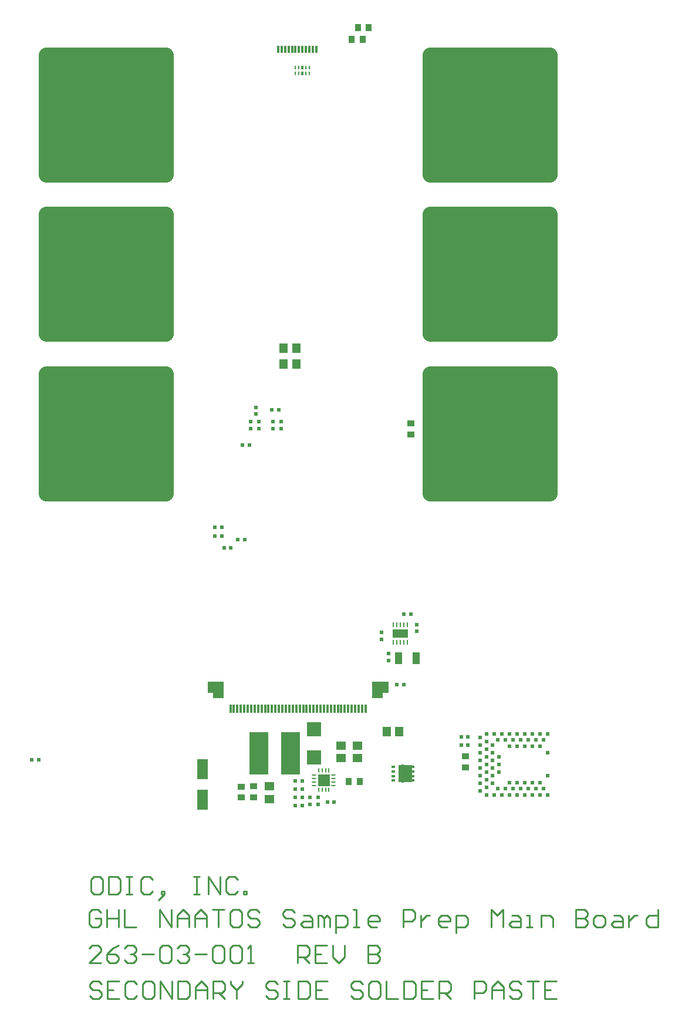
<source format=gbp>
G04*
G04 #@! TF.GenerationSoftware,Altium Limited,Altium Designer,24.9.1 (31)*
G04*
G04 Layer_Color=128*
%FSLAX44Y44*%
%MOMM*%
G71*
G04*
G04 #@! TF.SameCoordinates,7F96DF23-6EF7-4123-9D03-ABB94F86F5D4*
G04*
G04*
G04 #@! TF.FilePolarity,Positive*
G04*
G01*
G75*
%ADD17C,0.2540*%
%ADD19R,0.6000X0.6000*%
%ADD24R,0.6000X0.6000*%
%ADD30R,1.1500X1.4500*%
%ADD35R,0.9500X1.0000*%
%ADD44R,1.0000X0.9500*%
%ADD57R,1.0000X1.8000*%
%ADD58R,1.0000X0.9000*%
%ADD59R,1.6000X3.0000*%
%ADD60R,0.5000X0.3500*%
%ADD164R,1.4500X1.1500*%
%ADD165R,0.2000X0.5500*%
%ADD166R,0.4000X0.5500*%
%ADD167R,2.0066X2.0066*%
%ADD168R,1.6000X2.4000*%
%ADD169R,0.3000X1.2000*%
%ADD170R,0.3000X1.1000*%
%ADD171R,2.7000X6.2000*%
%ADD172R,0.5080X0.5080*%
%ADD173R,0.5080X0.5080*%
%ADD174R,2.2000X1.3000*%
%ADD175R,0.2540X0.7112*%
G04:AMPARAMS|DCode=176|XSize=0.6mm|YSize=0.24mm|CornerRadius=0.06mm|HoleSize=0mm|Usage=FLASHONLY|Rotation=180.000|XOffset=0mm|YOffset=0mm|HoleType=Round|Shape=RoundedRectangle|*
%AMROUNDEDRECTD176*
21,1,0.6000,0.1200,0,0,180.0*
21,1,0.4800,0.2400,0,0,180.0*
1,1,0.1200,-0.2400,0.0600*
1,1,0.1200,0.2400,0.0600*
1,1,0.1200,0.2400,-0.0600*
1,1,0.1200,-0.2400,-0.0600*
%
%ADD176ROUNDEDRECTD176*%
G04:AMPARAMS|DCode=177|XSize=0.6mm|YSize=0.24mm|CornerRadius=0.06mm|HoleSize=0mm|Usage=FLASHONLY|Rotation=90.000|XOffset=0mm|YOffset=0mm|HoleType=Round|Shape=RoundedRectangle|*
%AMROUNDEDRECTD177*
21,1,0.6000,0.1200,0,0,90.0*
21,1,0.4800,0.2400,0,0,90.0*
1,1,0.1200,0.0600,0.2400*
1,1,0.1200,0.0600,-0.2400*
1,1,0.1200,-0.0600,-0.2400*
1,1,0.1200,-0.0600,0.2400*
%
%ADD177ROUNDEDRECTD177*%
%ADD178R,1.6600X1.6600*%
G04:AMPARAMS|DCode=179|XSize=19.5mm|YSize=19.5mm|CornerRadius=1.17mm|HoleSize=0mm|Usage=FLASHONLY|Rotation=180.000|XOffset=0mm|YOffset=0mm|HoleType=Round|Shape=RoundedRectangle|*
%AMROUNDEDRECTD179*
21,1,19.5000,17.1600,0,0,180.0*
21,1,17.1600,19.5000,0,0,180.0*
1,1,2.3400,-8.5800,8.5800*
1,1,2.3400,8.5800,8.5800*
1,1,2.3400,8.5800,-8.5800*
1,1,2.3400,-8.5800,-8.5800*
%
%ADD179ROUNDEDRECTD179*%
G36*
X163246Y-7468D02*
X155246D01*
Y-23468D01*
X163246D01*
Y-7468D01*
D02*
G37*
G36*
X330510Y-142245D02*
Y-157365D01*
X315390D01*
Y-142245D01*
X330510D01*
D02*
G37*
G36*
X430755Y-152786D02*
X435255D01*
Y-153536D01*
X438755D01*
Y-152786D01*
X450505D01*
Y-128286D01*
X438755D01*
Y-127536D01*
X435255D01*
Y-128286D01*
X430755D01*
Y-152786D01*
D02*
G37*
G36*
X408245Y-7468D02*
X416245D01*
Y-23468D01*
X408245D01*
Y-7468D01*
D02*
G37*
D17*
X2341Y-443796D02*
X-1891Y-439564D01*
X-10355D01*
X-14587Y-443796D01*
Y-448028D01*
X-10355Y-452260D01*
X-1891D01*
X2341Y-456492D01*
Y-460724D01*
X-1891Y-464956D01*
X-10355D01*
X-14587Y-460724D01*
X27733Y-439564D02*
X10805D01*
Y-464956D01*
X27733D01*
X10805Y-452260D02*
X19269D01*
X53124Y-443796D02*
X48892Y-439564D01*
X40429D01*
X36197Y-443796D01*
Y-460724D01*
X40429Y-464956D01*
X48892D01*
X53124Y-460724D01*
X74284Y-439564D02*
X65820D01*
X61588Y-443796D01*
Y-460724D01*
X65820Y-464956D01*
X74284D01*
X78516Y-460724D01*
Y-443796D01*
X74284Y-439564D01*
X86980Y-464956D02*
Y-439564D01*
X103908Y-464956D01*
Y-439564D01*
X112372D02*
Y-464956D01*
X125068D01*
X129300Y-460724D01*
Y-443796D01*
X125068Y-439564D01*
X112372D01*
X137764Y-464956D02*
Y-448028D01*
X146228Y-439564D01*
X154692Y-448028D01*
Y-464956D01*
Y-452260D01*
X137764D01*
X163156Y-464956D02*
Y-439564D01*
X175851D01*
X180083Y-443796D01*
Y-452260D01*
X175851Y-456492D01*
X163156D01*
X171619D02*
X180083Y-464956D01*
X188547Y-439564D02*
Y-443796D01*
X197011Y-452260D01*
X205475Y-443796D01*
Y-439564D01*
X197011Y-452260D02*
Y-464956D01*
X256259Y-443796D02*
X252027Y-439564D01*
X243563D01*
X239331Y-443796D01*
Y-448028D01*
X243563Y-452260D01*
X252027D01*
X256259Y-456492D01*
Y-460724D01*
X252027Y-464956D01*
X243563D01*
X239331Y-460724D01*
X264723Y-439564D02*
X273187D01*
X268955D01*
Y-464956D01*
X264723D01*
X273187D01*
X285883Y-439564D02*
Y-464956D01*
X298578D01*
X302810Y-460724D01*
Y-443796D01*
X298578Y-439564D01*
X285883D01*
X328202D02*
X311274D01*
Y-464956D01*
X328202D01*
X311274Y-452260D02*
X319738D01*
X378986Y-443796D02*
X374754Y-439564D01*
X366290D01*
X362058Y-443796D01*
Y-448028D01*
X366290Y-452260D01*
X374754D01*
X378986Y-456492D01*
Y-460724D01*
X374754Y-464956D01*
X366290D01*
X362058Y-460724D01*
X400146Y-439564D02*
X391682D01*
X387450Y-443796D01*
Y-460724D01*
X391682Y-464956D01*
X400146D01*
X404378Y-460724D01*
Y-443796D01*
X400146Y-439564D01*
X412842D02*
Y-464956D01*
X429769D01*
X438233Y-439564D02*
Y-464956D01*
X450929D01*
X455161Y-460724D01*
Y-443796D01*
X450929Y-439564D01*
X438233D01*
X480553D02*
X463625D01*
Y-464956D01*
X480553D01*
X463625Y-452260D02*
X472089D01*
X489017Y-464956D02*
Y-439564D01*
X501713D01*
X505945Y-443796D01*
Y-452260D01*
X501713Y-456492D01*
X489017D01*
X497481D02*
X505945Y-464956D01*
X539800D02*
Y-439564D01*
X552496D01*
X556728Y-443796D01*
Y-452260D01*
X552496Y-456492D01*
X539800D01*
X565192Y-464956D02*
Y-448028D01*
X573656Y-439564D01*
X582120Y-448028D01*
Y-464956D01*
Y-452260D01*
X565192D01*
X607512Y-443796D02*
X603280Y-439564D01*
X594816D01*
X590584Y-443796D01*
Y-448028D01*
X594816Y-452260D01*
X603280D01*
X607512Y-456492D01*
Y-460724D01*
X603280Y-464956D01*
X594816D01*
X590584Y-460724D01*
X615976Y-439564D02*
X632904D01*
X624440D01*
Y-464956D01*
X658296Y-439564D02*
X641368D01*
Y-464956D01*
X658296D01*
X641368Y-452260D02*
X649832D01*
X-145Y-288975D02*
X-8608D01*
X-12840Y-293207D01*
Y-310134D01*
X-8608Y-314366D01*
X-145D01*
X4087Y-310134D01*
Y-293207D01*
X-145Y-288975D01*
X12551D02*
Y-314366D01*
X25247D01*
X29479Y-310134D01*
Y-293207D01*
X25247Y-288975D01*
X12551D01*
X37943D02*
X46407D01*
X42175D01*
Y-314366D01*
X37943D01*
X46407D01*
X76031Y-293207D02*
X71799Y-288975D01*
X63335D01*
X59103Y-293207D01*
Y-310134D01*
X63335Y-314366D01*
X71799D01*
X76031Y-310134D01*
X88727Y-318598D02*
X92959Y-314366D01*
Y-310134D01*
X88727D01*
Y-314366D01*
X92959D01*
X88727Y-318598D01*
X84495Y-322830D01*
X135278Y-288975D02*
X143742D01*
X139510D01*
Y-314366D01*
X135278D01*
X143742D01*
X156438D02*
Y-288975D01*
X173366Y-314366D01*
Y-288975D01*
X198758Y-293207D02*
X194526Y-288975D01*
X186062D01*
X181830Y-293207D01*
Y-310134D01*
X186062Y-314366D01*
X194526D01*
X198758Y-310134D01*
X207222Y-314366D02*
Y-310134D01*
X211454D01*
Y-314366D01*
X207222D01*
X1341Y-340332D02*
X-2891Y-336100D01*
X-11355D01*
X-15587Y-340332D01*
Y-357260D01*
X-11355Y-361492D01*
X-2891D01*
X1341Y-357260D01*
Y-348796D01*
X-7123D01*
X9805Y-336100D02*
Y-361492D01*
Y-348796D01*
X26733D01*
Y-336100D01*
Y-361492D01*
X35197Y-336100D02*
Y-361492D01*
X52125D01*
X85980D02*
Y-336100D01*
X102908Y-361492D01*
Y-336100D01*
X111372Y-361492D02*
Y-344564D01*
X119836Y-336100D01*
X128300Y-344564D01*
Y-361492D01*
Y-348796D01*
X111372D01*
X136764Y-361492D02*
Y-344564D01*
X145228Y-336100D01*
X153692Y-344564D01*
Y-361492D01*
Y-348796D01*
X136764D01*
X162156Y-336100D02*
X179083D01*
X170620D01*
Y-361492D01*
X200243Y-336100D02*
X191779D01*
X187547Y-340332D01*
Y-357260D01*
X191779Y-361492D01*
X200243D01*
X204475Y-357260D01*
Y-340332D01*
X200243Y-336100D01*
X229867Y-340332D02*
X225635Y-336100D01*
X217171D01*
X212939Y-340332D01*
Y-344564D01*
X217171Y-348796D01*
X225635D01*
X229867Y-353028D01*
Y-357260D01*
X225635Y-361492D01*
X217171D01*
X212939Y-357260D01*
X280651Y-340332D02*
X276419Y-336100D01*
X267955D01*
X263723Y-340332D01*
Y-344564D01*
X267955Y-348796D01*
X276419D01*
X280651Y-353028D01*
Y-357260D01*
X276419Y-361492D01*
X267955D01*
X263723Y-357260D01*
X293347Y-344564D02*
X301810D01*
X306042Y-348796D01*
Y-361492D01*
X293347D01*
X289115Y-357260D01*
X293347Y-353028D01*
X306042D01*
X314506Y-361492D02*
Y-344564D01*
X318738D01*
X322970Y-348796D01*
Y-361492D01*
Y-348796D01*
X327202Y-344564D01*
X331434Y-348796D01*
Y-361492D01*
X339898Y-369956D02*
Y-344564D01*
X352594D01*
X356826Y-348796D01*
Y-357260D01*
X352594Y-361492D01*
X339898D01*
X365290D02*
X373754D01*
X369522D01*
Y-336100D01*
X365290D01*
X399146Y-361492D02*
X390682D01*
X386450Y-357260D01*
Y-348796D01*
X390682Y-344564D01*
X399146D01*
X403378Y-348796D01*
Y-353028D01*
X386450D01*
X437233Y-361492D02*
Y-336100D01*
X449929D01*
X454161Y-340332D01*
Y-348796D01*
X449929Y-353028D01*
X437233D01*
X462625Y-344564D02*
Y-361492D01*
Y-353028D01*
X466857Y-348796D01*
X471089Y-344564D01*
X475321D01*
X500713Y-361492D02*
X492249D01*
X488017Y-357260D01*
Y-348796D01*
X492249Y-344564D01*
X500713D01*
X504945Y-348796D01*
Y-353028D01*
X488017D01*
X513409Y-369956D02*
Y-344564D01*
X526105D01*
X530337Y-348796D01*
Y-357260D01*
X526105Y-361492D01*
X513409D01*
X564192D02*
Y-336100D01*
X572656Y-344564D01*
X581120Y-336100D01*
Y-361492D01*
X593816Y-344564D02*
X602280D01*
X606512Y-348796D01*
Y-361492D01*
X593816D01*
X589584Y-357260D01*
X593816Y-353028D01*
X606512D01*
X614976Y-361492D02*
X623440D01*
X619208D01*
Y-344564D01*
X614976D01*
X636136Y-361492D02*
Y-344564D01*
X648832D01*
X653064Y-348796D01*
Y-361492D01*
X686919Y-336100D02*
Y-361492D01*
X699615D01*
X703847Y-357260D01*
Y-353028D01*
X699615Y-348796D01*
X686919D01*
X699615D01*
X703847Y-344564D01*
Y-340332D01*
X699615Y-336100D01*
X686919D01*
X716543Y-361492D02*
X725007D01*
X729239Y-357260D01*
Y-348796D01*
X725007Y-344564D01*
X716543D01*
X712311Y-348796D01*
Y-357260D01*
X716543Y-361492D01*
X741935Y-344564D02*
X750399D01*
X754631Y-348796D01*
Y-361492D01*
X741935D01*
X737703Y-357260D01*
X741935Y-353028D01*
X754631D01*
X763095Y-344564D02*
Y-361492D01*
Y-353028D01*
X767327Y-348796D01*
X771559Y-344564D01*
X775791D01*
X805414Y-336100D02*
Y-361492D01*
X792719D01*
X788486Y-357260D01*
Y-348796D01*
X792719Y-344564D01*
X805414D01*
X1727Y-413574D02*
X-15201D01*
X1727Y-396646D01*
Y-392415D01*
X-2505Y-388183D01*
X-10969D01*
X-15201Y-392415D01*
X27119Y-388183D02*
X18655Y-392415D01*
X10191Y-400878D01*
Y-409342D01*
X14423Y-413574D01*
X22887D01*
X27119Y-409342D01*
Y-405110D01*
X22887Y-400878D01*
X10191D01*
X35583Y-392415D02*
X39815Y-388183D01*
X48279D01*
X52511Y-392415D01*
Y-396646D01*
X48279Y-400878D01*
X44047D01*
X48279D01*
X52511Y-405110D01*
Y-409342D01*
X48279Y-413574D01*
X39815D01*
X35583Y-409342D01*
X60975Y-400878D02*
X77903D01*
X86367Y-392415D02*
X90599Y-388183D01*
X99063D01*
X103295Y-392415D01*
Y-409342D01*
X99063Y-413574D01*
X90599D01*
X86367Y-409342D01*
Y-392415D01*
X111758D02*
X115990Y-388183D01*
X124454D01*
X128686Y-392415D01*
Y-396646D01*
X124454Y-400878D01*
X120222D01*
X124454D01*
X128686Y-405110D01*
Y-409342D01*
X124454Y-413574D01*
X115990D01*
X111758Y-409342D01*
X137150Y-400878D02*
X154078D01*
X162542Y-392415D02*
X166774Y-388183D01*
X175238D01*
X179470Y-392415D01*
Y-409342D01*
X175238Y-413574D01*
X166774D01*
X162542Y-409342D01*
Y-392415D01*
X187934D02*
X192166Y-388183D01*
X200630D01*
X204862Y-392415D01*
Y-409342D01*
X200630Y-413574D01*
X192166D01*
X187934Y-409342D01*
Y-392415D01*
X213326Y-413574D02*
X221790D01*
X217558D01*
Y-388183D01*
X213326Y-392415D01*
X285269Y-413574D02*
Y-388183D01*
X297965D01*
X302197Y-392415D01*
Y-400878D01*
X297965Y-405110D01*
X285269D01*
X293733D02*
X302197Y-413574D01*
X327589Y-388183D02*
X310661D01*
Y-413574D01*
X327589D01*
X310661Y-400878D02*
X319125D01*
X336053Y-388183D02*
Y-405110D01*
X344517Y-413574D01*
X352980Y-405110D01*
Y-388183D01*
X386836D02*
Y-413574D01*
X399532D01*
X403764Y-409342D01*
Y-405110D01*
X399532Y-400878D01*
X386836D01*
X399532D01*
X403764Y-396646D01*
Y-392415D01*
X399532Y-388183D01*
X386836D01*
D19*
X206000Y333000D02*
D03*
X216000D02*
D03*
X-88000Y-120000D02*
D03*
X-98000D02*
D03*
X248225Y383950D02*
D03*
X258225D02*
D03*
X179000Y185000D02*
D03*
X189000D02*
D03*
X209000Y197000D02*
D03*
X199000D02*
D03*
X281950Y-162805D02*
D03*
X291950D02*
D03*
X428465Y-12070D02*
D03*
X438465D02*
D03*
X291950Y-186805D02*
D03*
X281950D02*
D03*
Y-174805D02*
D03*
X291950D02*
D03*
X281950Y-150805D02*
D03*
X291950D02*
D03*
X166000Y202000D02*
D03*
X176000D02*
D03*
Y215000D02*
D03*
X166000D02*
D03*
X521000Y-87000D02*
D03*
X531000D02*
D03*
X521000Y-99000D02*
D03*
X531000D02*
D03*
X338000Y-181000D02*
D03*
X328000D02*
D03*
X438464Y89700D02*
D03*
X448464D02*
D03*
D24*
X406000Y63000D02*
D03*
Y53000D02*
D03*
X457464Y64700D02*
D03*
Y74700D02*
D03*
X225225Y387950D02*
D03*
Y377950D02*
D03*
X315000Y-185000D02*
D03*
Y-175000D02*
D03*
X302950Y-184805D02*
D03*
Y-174805D02*
D03*
X261225Y366950D02*
D03*
Y356950D02*
D03*
X229225Y366950D02*
D03*
Y356950D02*
D03*
X416000Y23000D02*
D03*
Y33000D02*
D03*
X217225Y366950D02*
D03*
Y356950D02*
D03*
X249225D02*
D03*
Y366950D02*
D03*
D30*
X414000Y-80000D02*
D03*
X432000D02*
D03*
X265225Y449950D02*
D03*
X283225D02*
D03*
X265225Y472950D02*
D03*
X283225D02*
D03*
D35*
X358951Y-151805D02*
D03*
X374950D02*
D03*
X371995Y935536D02*
D03*
X387995D02*
D03*
X379308Y918223D02*
D03*
X363308D02*
D03*
D44*
X527000Y-131000D02*
D03*
Y-115000D02*
D03*
X221950Y-174805D02*
D03*
Y-158805D02*
D03*
X204000Y-175000D02*
D03*
Y-159000D02*
D03*
D57*
X455964Y25700D02*
D03*
X430964D02*
D03*
D58*
X449000Y365000D02*
D03*
Y349000D02*
D03*
D59*
X148000Y-134000D02*
D03*
Y-178000D02*
D03*
D60*
X423005Y-150286D02*
D03*
Y-143786D02*
D03*
Y-137286D02*
D03*
Y-130786D02*
D03*
X451005D02*
D03*
Y-137286D02*
D03*
Y-143786D02*
D03*
Y-150286D02*
D03*
D164*
X347951Y-117805D02*
D03*
Y-99805D02*
D03*
X371950D02*
D03*
Y-117805D02*
D03*
X244951Y-158805D02*
D03*
Y-176805D02*
D03*
D165*
X281995Y877936D02*
D03*
X286995D02*
D03*
X296995D02*
D03*
X301995D02*
D03*
Y869436D02*
D03*
X296995D02*
D03*
X286995D02*
D03*
X281995D02*
D03*
D166*
X291995Y877936D02*
D03*
Y869436D02*
D03*
D167*
X308951Y-76739D02*
D03*
Y-116871D02*
D03*
D168*
X400245Y-19468D02*
D03*
X171245D02*
D03*
D169*
X383246Y-46464D02*
D03*
X378246D02*
D03*
X373246D02*
D03*
X368246D02*
D03*
X363246D02*
D03*
X358246D02*
D03*
X353246D02*
D03*
X348246D02*
D03*
X343246D02*
D03*
X338246D02*
D03*
X333246D02*
D03*
X328246D02*
D03*
X323246D02*
D03*
X318246D02*
D03*
X313246D02*
D03*
X308246D02*
D03*
X303246D02*
D03*
X298246D02*
D03*
X293246D02*
D03*
X288246D02*
D03*
X283246D02*
D03*
X278246D02*
D03*
X273246D02*
D03*
X268246D02*
D03*
X263246D02*
D03*
X258246D02*
D03*
X253246D02*
D03*
X248246D02*
D03*
X243246D02*
D03*
X238246D02*
D03*
X233246D02*
D03*
X228246D02*
D03*
X223246D02*
D03*
X218246D02*
D03*
X213246D02*
D03*
X208246D02*
D03*
X203246D02*
D03*
X198246D02*
D03*
X193246D02*
D03*
X188246D02*
D03*
D170*
X257195Y903836D02*
D03*
X262195D02*
D03*
X267195D02*
D03*
X272195D02*
D03*
X277195D02*
D03*
X292195D02*
D03*
X297195D02*
D03*
X302195D02*
D03*
X307195D02*
D03*
X312195D02*
D03*
X287195D02*
D03*
X282195D02*
D03*
D171*
X274951Y-110805D02*
D03*
X228951D02*
D03*
D172*
X566500Y-121500D02*
D03*
Y-132500D02*
D03*
Y-143500D02*
D03*
X557500Y-116000D02*
D03*
Y-127000D02*
D03*
Y-138000D02*
D03*
X566500Y-99500D02*
D03*
Y-110500D02*
D03*
X575500Y-116000D02*
D03*
Y-127000D02*
D03*
X557500Y-94000D02*
D03*
Y-105000D02*
D03*
Y-149000D02*
D03*
Y-160000D02*
D03*
X575500Y-138000D02*
D03*
X566500Y-154500D02*
D03*
X548500Y-88500D02*
D03*
Y-99500D02*
D03*
Y-110500D02*
D03*
Y-121500D02*
D03*
Y-132500D02*
D03*
Y-143500D02*
D03*
Y-154500D02*
D03*
Y-165500D02*
D03*
D173*
X645500Y-110500D02*
D03*
Y-143500D02*
D03*
X590500Y-153000D02*
D03*
X601500D02*
D03*
X612500D02*
D03*
X623500D02*
D03*
X634500D02*
D03*
X574000Y-162000D02*
D03*
X585000D02*
D03*
X596000D02*
D03*
X607000D02*
D03*
X618000D02*
D03*
X629000D02*
D03*
X640000D02*
D03*
X634500Y-101000D02*
D03*
X623500D02*
D03*
X612500D02*
D03*
X601500D02*
D03*
X590500D02*
D03*
X640000Y-92000D02*
D03*
X629000D02*
D03*
X618000D02*
D03*
X607000D02*
D03*
X596000D02*
D03*
X585000D02*
D03*
X574000D02*
D03*
X645500Y-83000D02*
D03*
X634500D02*
D03*
X623500D02*
D03*
X612500D02*
D03*
X601500D02*
D03*
X590500D02*
D03*
X579500D02*
D03*
X568500D02*
D03*
X557500D02*
D03*
Y-171000D02*
D03*
X568500D02*
D03*
X579500D02*
D03*
X590500D02*
D03*
X601500D02*
D03*
X612500D02*
D03*
X623500D02*
D03*
X634500D02*
D03*
X645500D02*
D03*
D174*
X433464Y61746D02*
D03*
D175*
X443464Y74700D02*
D03*
X438464D02*
D03*
X433464D02*
D03*
X428464D02*
D03*
X423464D02*
D03*
X428464Y48792D02*
D03*
X433464D02*
D03*
X438464D02*
D03*
X443464D02*
D03*
X423464D02*
D03*
D176*
X336950Y-142305D02*
D03*
Y-147305D02*
D03*
Y-152305D02*
D03*
Y-157305D02*
D03*
X308951D02*
D03*
Y-152305D02*
D03*
Y-147305D02*
D03*
Y-142305D02*
D03*
D177*
X330451Y-163805D02*
D03*
X325451D02*
D03*
X320451D02*
D03*
X315450D02*
D03*
Y-135805D02*
D03*
X320451D02*
D03*
X325451D02*
D03*
X330451D02*
D03*
D178*
X322951Y-149805D02*
D03*
D179*
X562995Y579536D02*
D03*
Y349536D02*
D03*
Y809536D02*
D03*
X8995D02*
D03*
Y579536D02*
D03*
Y349536D02*
D03*
M02*

</source>
